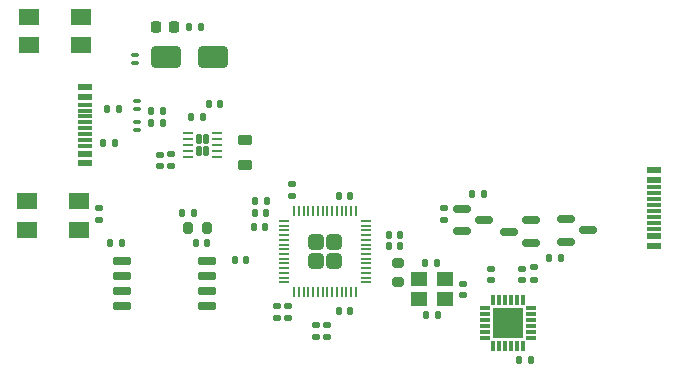
<source format=gbr>
%TF.GenerationSoftware,KiCad,Pcbnew,8.0.6*%
%TF.CreationDate,2025-04-14T23:16:26+09:00*%
%TF.ProjectId,PdSinkInspector,50645369-6e6b-4496-9e73-706563746f72,rev?*%
%TF.SameCoordinates,Original*%
%TF.FileFunction,Paste,Top*%
%TF.FilePolarity,Positive*%
%FSLAX46Y46*%
G04 Gerber Fmt 4.6, Leading zero omitted, Abs format (unit mm)*
G04 Created by KiCad (PCBNEW 8.0.6) date 2025-04-14 23:16:26*
%MOMM*%
%LPD*%
G01*
G04 APERTURE LIST*
G04 Aperture macros list*
%AMRoundRect*
0 Rectangle with rounded corners*
0 $1 Rounding radius*
0 $2 $3 $4 $5 $6 $7 $8 $9 X,Y pos of 4 corners*
0 Add a 4 corners polygon primitive as box body*
4,1,4,$2,$3,$4,$5,$6,$7,$8,$9,$2,$3,0*
0 Add four circle primitives for the rounded corners*
1,1,$1+$1,$2,$3*
1,1,$1+$1,$4,$5*
1,1,$1+$1,$6,$7*
1,1,$1+$1,$8,$9*
0 Add four rect primitives between the rounded corners*
20,1,$1+$1,$2,$3,$4,$5,0*
20,1,$1+$1,$4,$5,$6,$7,0*
20,1,$1+$1,$6,$7,$8,$9,0*
20,1,$1+$1,$8,$9,$2,$3,0*%
G04 Aperture macros list end*
%ADD10RoundRect,0.135000X-0.135000X-0.185000X0.135000X-0.185000X0.135000X0.185000X-0.135000X0.185000X0*%
%ADD11RoundRect,0.140000X0.170000X-0.140000X0.170000X0.140000X-0.170000X0.140000X-0.170000X-0.140000X0*%
%ADD12RoundRect,0.249999X0.395001X-0.395001X0.395001X0.395001X-0.395001X0.395001X-0.395001X-0.395001X0*%
%ADD13RoundRect,0.050000X0.050000X-0.387500X0.050000X0.387500X-0.050000X0.387500X-0.050000X-0.387500X0*%
%ADD14RoundRect,0.050000X0.387500X-0.050000X0.387500X0.050000X-0.387500X0.050000X-0.387500X-0.050000X0*%
%ADD15RoundRect,0.150000X-0.587500X-0.150000X0.587500X-0.150000X0.587500X0.150000X-0.587500X0.150000X0*%
%ADD16R,1.240000X0.600000*%
%ADD17R,1.240000X0.300000*%
%ADD18RoundRect,0.050000X0.250000X-0.100000X0.250000X0.100000X-0.250000X0.100000X-0.250000X-0.100000X0*%
%ADD19RoundRect,0.140000X-0.140000X-0.170000X0.140000X-0.170000X0.140000X0.170000X-0.140000X0.170000X0*%
%ADD20RoundRect,0.140000X0.140000X0.170000X-0.140000X0.170000X-0.140000X-0.170000X0.140000X-0.170000X0*%
%ADD21RoundRect,0.135000X0.135000X0.185000X-0.135000X0.185000X-0.135000X-0.185000X0.135000X-0.185000X0*%
%ADD22RoundRect,0.150000X0.587500X0.150000X-0.587500X0.150000X-0.587500X-0.150000X0.587500X-0.150000X0*%
%ADD23RoundRect,0.135000X-0.185000X0.135000X-0.185000X-0.135000X0.185000X-0.135000X0.185000X0.135000X0*%
%ADD24RoundRect,0.250000X1.000000X0.650000X-1.000000X0.650000X-1.000000X-0.650000X1.000000X-0.650000X0*%
%ADD25RoundRect,0.218750X-0.218750X-0.256250X0.218750X-0.256250X0.218750X0.256250X-0.218750X0.256250X0*%
%ADD26RoundRect,0.140000X-0.170000X0.140000X-0.170000X-0.140000X0.170000X-0.140000X0.170000X0.140000X0*%
%ADD27R,1.800000X1.400000*%
%ADD28RoundRect,0.135000X0.185000X-0.135000X0.185000X0.135000X-0.185000X0.135000X-0.185000X-0.135000X0*%
%ADD29RoundRect,0.150000X-0.650000X-0.150000X0.650000X-0.150000X0.650000X0.150000X-0.650000X0.150000X0*%
%ADD30RoundRect,0.218750X-0.381250X0.218750X-0.381250X-0.218750X0.381250X-0.218750X0.381250X0.218750X0*%
%ADD31RoundRect,0.050000X-0.250000X0.100000X-0.250000X-0.100000X0.250000X-0.100000X0.250000X0.100000X0*%
%ADD32R,1.400000X1.200000*%
%ADD33R,0.850000X0.300000*%
%ADD34R,0.300000X0.850000*%
%ADD35R,2.600000X2.600000*%
%ADD36RoundRect,0.200000X-0.275000X0.200000X-0.275000X-0.200000X0.275000X-0.200000X0.275000X0.200000X0*%
%ADD37RoundRect,0.120000X0.120000X0.285000X-0.120000X0.285000X-0.120000X-0.285000X0.120000X-0.285000X0*%
%ADD38RoundRect,0.062500X0.350000X0.062500X-0.350000X0.062500X-0.350000X-0.062500X0.350000X-0.062500X0*%
%ADD39RoundRect,0.200000X0.200000X0.275000X-0.200000X0.275000X-0.200000X-0.275000X0.200000X-0.275000X0*%
G04 APERTURE END LIST*
D10*
%TO.C,R5*%
X108880000Y-100000000D03*
X109900000Y-100000000D03*
%TD*%
D11*
%TO.C,C21*%
X141100000Y-103100000D03*
X141100000Y-102140000D03*
%TD*%
D10*
%TO.C,R4*%
X143490000Y-109900000D03*
X144510000Y-109900000D03*
%TD*%
D12*
%TO.C,U1*%
X126250000Y-101500000D03*
X127850000Y-101500000D03*
X126250000Y-99900000D03*
X127850000Y-99900000D03*
D13*
X124450000Y-104137500D03*
X124850000Y-104137500D03*
X125250000Y-104137500D03*
X125650000Y-104137500D03*
X126050000Y-104137500D03*
X126450000Y-104137500D03*
X126850000Y-104137500D03*
X127250000Y-104137500D03*
X127650000Y-104137500D03*
X128050000Y-104137500D03*
X128450000Y-104137500D03*
X128850000Y-104137500D03*
X129250000Y-104137500D03*
X129650000Y-104137500D03*
D14*
X130487500Y-103300000D03*
X130487500Y-102900000D03*
X130487500Y-102500000D03*
X130487500Y-102100000D03*
X130487500Y-101700000D03*
X130487500Y-101300000D03*
X130487500Y-100900000D03*
X130487500Y-100500000D03*
X130487500Y-100100000D03*
X130487500Y-99700000D03*
X130487500Y-99300000D03*
X130487500Y-98900000D03*
X130487500Y-98500000D03*
X130487500Y-98100000D03*
D13*
X129650000Y-97262500D03*
X129250000Y-97262500D03*
X128850000Y-97262500D03*
X128450000Y-97262500D03*
X128050000Y-97262500D03*
X127650000Y-97262500D03*
X127250000Y-97262500D03*
X126850000Y-97262500D03*
X126450000Y-97262500D03*
X126050000Y-97262500D03*
X125650000Y-97262500D03*
X125250000Y-97262500D03*
X124850000Y-97262500D03*
X124450000Y-97262500D03*
D14*
X123612500Y-98100000D03*
X123612500Y-98500000D03*
X123612500Y-98900000D03*
X123612500Y-99300000D03*
X123612500Y-99700000D03*
X123612500Y-100100000D03*
X123612500Y-100500000D03*
X123612500Y-100900000D03*
X123612500Y-101300000D03*
X123612500Y-101700000D03*
X123612500Y-102100000D03*
X123612500Y-102500000D03*
X123612500Y-102900000D03*
X123612500Y-103300000D03*
%TD*%
D10*
%TO.C,R2*%
X112296250Y-89831250D03*
X113316250Y-89831250D03*
%TD*%
D15*
%TO.C,Q3*%
X138650000Y-97050000D03*
X138650000Y-98950000D03*
X140525000Y-98000000D03*
%TD*%
D16*
%TO.C,J1*%
X154880000Y-100200000D03*
X154880000Y-99400000D03*
D17*
X154880000Y-98250000D03*
X154880000Y-97250000D03*
X154880000Y-96750000D03*
X154880000Y-95750000D03*
D16*
X154880000Y-94600000D03*
X154880000Y-93800000D03*
X154880000Y-93800000D03*
X154880000Y-94600000D03*
D17*
X154880000Y-95250000D03*
X154880000Y-96250000D03*
X154880000Y-97750000D03*
X154880000Y-98750000D03*
D16*
X154880000Y-99400000D03*
X154880000Y-100200000D03*
%TD*%
D18*
%TO.C,D3*%
X111000000Y-84750000D03*
X111000000Y-84050000D03*
%TD*%
D15*
%TO.C,Q1*%
X147425000Y-97950000D03*
X147425000Y-99850000D03*
X149300000Y-98900000D03*
%TD*%
D19*
%TO.C,C15*%
X135620000Y-106100000D03*
X136580000Y-106100000D03*
%TD*%
D20*
%TO.C,C12*%
X117050000Y-100000000D03*
X116090000Y-100000000D03*
%TD*%
D21*
%TO.C,R7*%
X116520000Y-81700000D03*
X115500000Y-81700000D03*
%TD*%
D22*
%TO.C,Q2*%
X144475000Y-99950000D03*
X144475000Y-98050000D03*
X142600000Y-99000000D03*
%TD*%
D10*
%TO.C,R9*%
X145980000Y-101200000D03*
X147000000Y-101200000D03*
%TD*%
D23*
%TO.C,R11*%
X137100000Y-97040000D03*
X137100000Y-98060000D03*
%TD*%
D10*
%TO.C,R13*%
X108290000Y-91500000D03*
X109310000Y-91500000D03*
%TD*%
D24*
%TO.C,D2*%
X117566250Y-84250000D03*
X113566250Y-84250000D03*
%TD*%
D25*
%TO.C,D1*%
X112712500Y-81700000D03*
X114287500Y-81700000D03*
%TD*%
D11*
%TO.C,C3*%
X124250000Y-95960000D03*
X124250000Y-95000000D03*
%TD*%
D20*
%TO.C,C10*%
X120380000Y-101400000D03*
X119420000Y-101400000D03*
%TD*%
D11*
%TO.C,C20*%
X143700000Y-103100000D03*
X143700000Y-102140000D03*
%TD*%
D20*
%TO.C,C4*%
X122080000Y-97400000D03*
X121120000Y-97400000D03*
%TD*%
D26*
%TO.C,C1*%
X123950000Y-105320000D03*
X123950000Y-106280000D03*
%TD*%
D27*
%TO.C,SW2*%
X102000000Y-83200000D03*
X106400000Y-83200000D03*
X106400000Y-80800000D03*
X102000000Y-80800000D03*
%TD*%
D19*
%TO.C,C5*%
X132440000Y-100250000D03*
X133400000Y-100250000D03*
%TD*%
D26*
%TO.C,C8*%
X122950000Y-105320000D03*
X122950000Y-106280000D03*
%TD*%
D28*
%TO.C,R16*%
X126300000Y-107910000D03*
X126300000Y-106890000D03*
%TD*%
D29*
%TO.C,U2*%
X109850000Y-101495000D03*
X109850000Y-102765000D03*
X109850000Y-104035000D03*
X109850000Y-105305000D03*
X117050000Y-105305000D03*
X117050000Y-104035000D03*
X117050000Y-102765000D03*
X117050000Y-101495000D03*
%TD*%
D11*
%TO.C,C17*%
X107900000Y-97980000D03*
X107900000Y-97020000D03*
%TD*%
D30*
%TO.C,L1*%
X120301250Y-91206250D03*
X120301250Y-93331250D03*
%TD*%
D31*
%TO.C,D5*%
X111131250Y-89681250D03*
X111131250Y-90381250D03*
%TD*%
D32*
%TO.C,Y2*%
X137200000Y-103050000D03*
X135000000Y-103050000D03*
X135000000Y-104750000D03*
X137200000Y-104750000D03*
%TD*%
D21*
%TO.C,R6*%
X136510000Y-101650000D03*
X135490000Y-101650000D03*
%TD*%
D11*
%TO.C,C18*%
X113068750Y-93451250D03*
X113068750Y-92491250D03*
%TD*%
D19*
%TO.C,C14*%
X115721250Y-89268750D03*
X116681250Y-89268750D03*
%TD*%
D26*
%TO.C,C16*%
X138700000Y-103420000D03*
X138700000Y-104380000D03*
%TD*%
D21*
%TO.C,R8*%
X115950000Y-97400000D03*
X114930000Y-97400000D03*
%TD*%
D28*
%TO.C,R10*%
X144750000Y-103060000D03*
X144750000Y-102040000D03*
%TD*%
D20*
%TO.C,C11*%
X122010000Y-98600000D03*
X121050000Y-98600000D03*
%TD*%
D10*
%TO.C,R1*%
X112296250Y-88831250D03*
X113316250Y-88831250D03*
%TD*%
D33*
%TO.C,IC2*%
X140600000Y-105500000D03*
X140600000Y-106000000D03*
X140600000Y-106500000D03*
X140600000Y-107000000D03*
X140600000Y-107500000D03*
X140600000Y-108000000D03*
D34*
X141300000Y-108700000D03*
X141800000Y-108700000D03*
X142300000Y-108700000D03*
X142800000Y-108700000D03*
X143300000Y-108700000D03*
X143800000Y-108700000D03*
D33*
X144500000Y-108000000D03*
X144500000Y-107500000D03*
X144500000Y-107000000D03*
X144500000Y-106500000D03*
X144500000Y-106000000D03*
X144500000Y-105500000D03*
D34*
X143800000Y-104800000D03*
X143300000Y-104800000D03*
X142800000Y-104800000D03*
X142300000Y-104800000D03*
X141800000Y-104800000D03*
X141300000Y-104800000D03*
D35*
X142550000Y-106750000D03*
%TD*%
D11*
%TO.C,C19*%
X114018750Y-93431250D03*
X114018750Y-92471250D03*
%TD*%
D19*
%TO.C,C9*%
X132440000Y-99300000D03*
X133400000Y-99300000D03*
%TD*%
D27*
%TO.C,SW1*%
X101800000Y-98839165D03*
X106200000Y-98839165D03*
X106200000Y-96439165D03*
X101800000Y-96439165D03*
%TD*%
D16*
%TO.C,J3*%
X106725000Y-86800000D03*
X106725000Y-87600000D03*
D17*
X106725000Y-88750000D03*
X106725000Y-89750000D03*
X106725000Y-90250000D03*
X106725000Y-91250000D03*
D16*
X106725000Y-92400000D03*
X106725000Y-93200000D03*
X106725000Y-93200000D03*
X106725000Y-92400000D03*
D17*
X106725000Y-91750000D03*
X106725000Y-90750000D03*
X106725000Y-89250000D03*
X106725000Y-88250000D03*
D16*
X106725000Y-87600000D03*
X106725000Y-86800000D03*
%TD*%
D36*
%TO.C,R17*%
X133250000Y-101650000D03*
X133250000Y-103300000D03*
%TD*%
D18*
%TO.C,D4*%
X111131250Y-88631250D03*
X111131250Y-87931250D03*
%TD*%
D10*
%TO.C,R14*%
X108580000Y-88600000D03*
X109600000Y-88600000D03*
%TD*%
D37*
%TO.C,U3*%
X117001250Y-92168750D03*
X117001250Y-91168750D03*
X116401250Y-92168750D03*
X116401250Y-91168750D03*
D38*
X117913750Y-92668750D03*
X117913750Y-92168750D03*
X117913750Y-91668750D03*
X117913750Y-91168750D03*
X117913750Y-90668750D03*
X115488750Y-90668750D03*
X115488750Y-91168750D03*
X115488750Y-91668750D03*
X115488750Y-92168750D03*
X115488750Y-92668750D03*
%TD*%
D10*
%TO.C,R12*%
X139490000Y-95800000D03*
X140510000Y-95800000D03*
%TD*%
D20*
%TO.C,C13*%
X118161250Y-88168750D03*
X117201250Y-88168750D03*
%TD*%
%TO.C,C7*%
X122100000Y-96450000D03*
X121140000Y-96450000D03*
%TD*%
D39*
%TO.C,R3*%
X117075000Y-98700000D03*
X115425000Y-98700000D03*
%TD*%
D28*
%TO.C,R15*%
X127250000Y-107900000D03*
X127250000Y-106880000D03*
%TD*%
D19*
%TO.C,C2*%
X128220000Y-96000000D03*
X129180000Y-96000000D03*
%TD*%
%TO.C,C6*%
X128220000Y-105700000D03*
X129180000Y-105700000D03*
%TD*%
M02*

</source>
